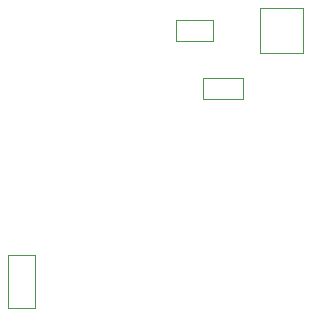
<source format=gbr>
G04 #@! TF.GenerationSoftware,KiCad,Pcbnew,5.1.7-a382d34a8~88~ubuntu18.04.1*
G04 #@! TF.CreationDate,2021-09-05T00:01:39+05:30*
G04 #@! TF.ProjectId,FrontEnd_HeavyDevice_v2,46726f6e-7445-46e6-945f-486561767944,rev?*
G04 #@! TF.SameCoordinates,Original*
G04 #@! TF.FileFunction,Other,User*
%FSLAX46Y46*%
G04 Gerber Fmt 4.6, Leading zero omitted, Abs format (unit mm)*
G04 Created by KiCad (PCBNEW 5.1.7-a382d34a8~88~ubuntu18.04.1) date 2021-09-05 00:01:39*
%MOMM*%
%LPD*%
G01*
G04 APERTURE LIST*
%ADD10C,0.050000*%
G04 APERTURE END LIST*
D10*
X97379140Y-107274800D02*
X97379140Y-111774800D01*
X97379140Y-111774800D02*
X99679140Y-111774800D01*
X99679140Y-111774800D02*
X99679140Y-107274800D01*
X99679140Y-107274800D02*
X97379140Y-107274800D01*
X114770000Y-87340000D02*
X111670000Y-87340000D01*
X114770000Y-87340000D02*
X114770000Y-89140000D01*
X111670000Y-89140000D02*
X111670000Y-87340000D01*
X111670000Y-89140000D02*
X114770000Y-89140000D01*
X113890000Y-92299900D02*
X113890000Y-94059900D01*
X117290000Y-92299900D02*
X113890000Y-92299900D01*
X117290000Y-94059900D02*
X117290000Y-92299900D01*
X113890000Y-94059900D02*
X117290000Y-94059900D01*
X122350000Y-90140000D02*
X118750000Y-90140000D01*
X118750000Y-90140000D02*
X118750000Y-86340000D01*
X118750000Y-86340000D02*
X122350000Y-86340000D01*
X122350000Y-86340000D02*
X122350000Y-90140000D01*
M02*

</source>
